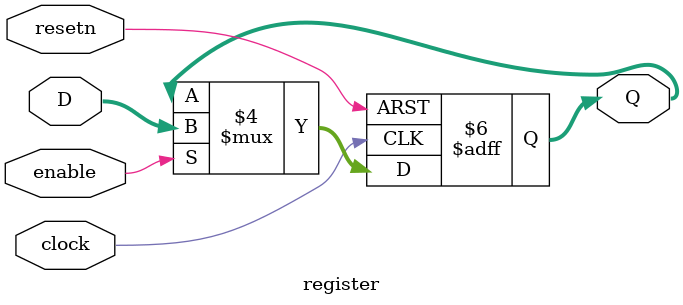
<source format=v>
module register(D, clock, enable, resetn, Q);

input [3:0] D;
input clock, resetn, enable;
output reg [3:0] Q;

always @(posedge clock, negedge resetn)
if (resetn == 0)
	Q <= 4'b0110;
else if (enable == 1)
	Q <= D;

endmodule
</source>
